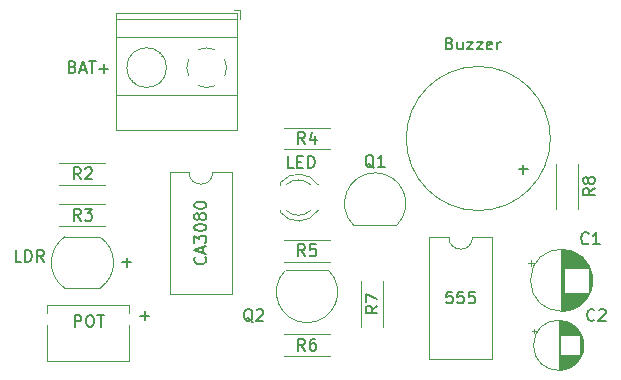
<source format=gbr>
%TF.GenerationSoftware,KiCad,Pcbnew,8.0.5*%
%TF.CreationDate,2025-01-04T17:35:11+03:00*%
%TF.ProjectId,Intruder_Alarm_with_LDR_and_Buzzer,496e7472-7564-4657-925f-416c61726d5f,v01*%
%TF.SameCoordinates,Original*%
%TF.FileFunction,Legend,Top*%
%TF.FilePolarity,Positive*%
%FSLAX46Y46*%
G04 Gerber Fmt 4.6, Leading zero omitted, Abs format (unit mm)*
G04 Created by KiCad (PCBNEW 8.0.5) date 2025-01-04 17:35:11*
%MOMM*%
%LPD*%
G01*
G04 APERTURE LIST*
%ADD10C,0.200000*%
%ADD11C,0.150000*%
%ADD12C,0.120000*%
G04 APERTURE END LIST*
D10*
X138869673Y-79486266D02*
X139631578Y-79486266D01*
X139250625Y-79867219D02*
X139250625Y-79105314D01*
X140369673Y-83986266D02*
X141131578Y-83986266D01*
X140750625Y-84367219D02*
X140750625Y-83605314D01*
D11*
X160174761Y-71490057D02*
X160079523Y-71442438D01*
X160079523Y-71442438D02*
X159984285Y-71347200D01*
X159984285Y-71347200D02*
X159841428Y-71204342D01*
X159841428Y-71204342D02*
X159746190Y-71156723D01*
X159746190Y-71156723D02*
X159650952Y-71156723D01*
X159698571Y-71394819D02*
X159603333Y-71347200D01*
X159603333Y-71347200D02*
X159508095Y-71251961D01*
X159508095Y-71251961D02*
X159460476Y-71061485D01*
X159460476Y-71061485D02*
X159460476Y-70728152D01*
X159460476Y-70728152D02*
X159508095Y-70537676D01*
X159508095Y-70537676D02*
X159603333Y-70442438D01*
X159603333Y-70442438D02*
X159698571Y-70394819D01*
X159698571Y-70394819D02*
X159889047Y-70394819D01*
X159889047Y-70394819D02*
X159984285Y-70442438D01*
X159984285Y-70442438D02*
X160079523Y-70537676D01*
X160079523Y-70537676D02*
X160127142Y-70728152D01*
X160127142Y-70728152D02*
X160127142Y-71061485D01*
X160127142Y-71061485D02*
X160079523Y-71251961D01*
X160079523Y-71251961D02*
X159984285Y-71347200D01*
X159984285Y-71347200D02*
X159889047Y-71394819D01*
X159889047Y-71394819D02*
X159698571Y-71394819D01*
X161079523Y-71394819D02*
X160508095Y-71394819D01*
X160793809Y-71394819D02*
X160793809Y-70394819D01*
X160793809Y-70394819D02*
X160698571Y-70537676D01*
X160698571Y-70537676D02*
X160603333Y-70632914D01*
X160603333Y-70632914D02*
X160508095Y-70680533D01*
X166571428Y-60931009D02*
X166714285Y-60978628D01*
X166714285Y-60978628D02*
X166761904Y-61026247D01*
X166761904Y-61026247D02*
X166809523Y-61121485D01*
X166809523Y-61121485D02*
X166809523Y-61264342D01*
X166809523Y-61264342D02*
X166761904Y-61359580D01*
X166761904Y-61359580D02*
X166714285Y-61407200D01*
X166714285Y-61407200D02*
X166619047Y-61454819D01*
X166619047Y-61454819D02*
X166238095Y-61454819D01*
X166238095Y-61454819D02*
X166238095Y-60454819D01*
X166238095Y-60454819D02*
X166571428Y-60454819D01*
X166571428Y-60454819D02*
X166666666Y-60502438D01*
X166666666Y-60502438D02*
X166714285Y-60550057D01*
X166714285Y-60550057D02*
X166761904Y-60645295D01*
X166761904Y-60645295D02*
X166761904Y-60740533D01*
X166761904Y-60740533D02*
X166714285Y-60835771D01*
X166714285Y-60835771D02*
X166666666Y-60883390D01*
X166666666Y-60883390D02*
X166571428Y-60931009D01*
X166571428Y-60931009D02*
X166238095Y-60931009D01*
X167666666Y-60788152D02*
X167666666Y-61454819D01*
X167238095Y-60788152D02*
X167238095Y-61311961D01*
X167238095Y-61311961D02*
X167285714Y-61407200D01*
X167285714Y-61407200D02*
X167380952Y-61454819D01*
X167380952Y-61454819D02*
X167523809Y-61454819D01*
X167523809Y-61454819D02*
X167619047Y-61407200D01*
X167619047Y-61407200D02*
X167666666Y-61359580D01*
X168047619Y-60788152D02*
X168571428Y-60788152D01*
X168571428Y-60788152D02*
X168047619Y-61454819D01*
X168047619Y-61454819D02*
X168571428Y-61454819D01*
X168857143Y-60788152D02*
X169380952Y-60788152D01*
X169380952Y-60788152D02*
X168857143Y-61454819D01*
X168857143Y-61454819D02*
X169380952Y-61454819D01*
X170142857Y-61407200D02*
X170047619Y-61454819D01*
X170047619Y-61454819D02*
X169857143Y-61454819D01*
X169857143Y-61454819D02*
X169761905Y-61407200D01*
X169761905Y-61407200D02*
X169714286Y-61311961D01*
X169714286Y-61311961D02*
X169714286Y-60931009D01*
X169714286Y-60931009D02*
X169761905Y-60835771D01*
X169761905Y-60835771D02*
X169857143Y-60788152D01*
X169857143Y-60788152D02*
X170047619Y-60788152D01*
X170047619Y-60788152D02*
X170142857Y-60835771D01*
X170142857Y-60835771D02*
X170190476Y-60931009D01*
X170190476Y-60931009D02*
X170190476Y-61026247D01*
X170190476Y-61026247D02*
X169714286Y-61121485D01*
X170619048Y-61454819D02*
X170619048Y-60788152D01*
X170619048Y-60978628D02*
X170666667Y-60883390D01*
X170666667Y-60883390D02*
X170714286Y-60835771D01*
X170714286Y-60835771D02*
X170809524Y-60788152D01*
X170809524Y-60788152D02*
X170904762Y-60788152D01*
X172429048Y-71613866D02*
X173190953Y-71613866D01*
X172810000Y-71994819D02*
X172810000Y-71232914D01*
X135333333Y-72454819D02*
X135000000Y-71978628D01*
X134761905Y-72454819D02*
X134761905Y-71454819D01*
X134761905Y-71454819D02*
X135142857Y-71454819D01*
X135142857Y-71454819D02*
X135238095Y-71502438D01*
X135238095Y-71502438D02*
X135285714Y-71550057D01*
X135285714Y-71550057D02*
X135333333Y-71645295D01*
X135333333Y-71645295D02*
X135333333Y-71788152D01*
X135333333Y-71788152D02*
X135285714Y-71883390D01*
X135285714Y-71883390D02*
X135238095Y-71931009D01*
X135238095Y-71931009D02*
X135142857Y-71978628D01*
X135142857Y-71978628D02*
X134761905Y-71978628D01*
X135714286Y-71550057D02*
X135761905Y-71502438D01*
X135761905Y-71502438D02*
X135857143Y-71454819D01*
X135857143Y-71454819D02*
X136095238Y-71454819D01*
X136095238Y-71454819D02*
X136190476Y-71502438D01*
X136190476Y-71502438D02*
X136238095Y-71550057D01*
X136238095Y-71550057D02*
X136285714Y-71645295D01*
X136285714Y-71645295D02*
X136285714Y-71740533D01*
X136285714Y-71740533D02*
X136238095Y-71883390D01*
X136238095Y-71883390D02*
X135666667Y-72454819D01*
X135666667Y-72454819D02*
X136285714Y-72454819D01*
X149904761Y-84550057D02*
X149809523Y-84502438D01*
X149809523Y-84502438D02*
X149714285Y-84407200D01*
X149714285Y-84407200D02*
X149571428Y-84264342D01*
X149571428Y-84264342D02*
X149476190Y-84216723D01*
X149476190Y-84216723D02*
X149380952Y-84216723D01*
X149428571Y-84454819D02*
X149333333Y-84407200D01*
X149333333Y-84407200D02*
X149238095Y-84311961D01*
X149238095Y-84311961D02*
X149190476Y-84121485D01*
X149190476Y-84121485D02*
X149190476Y-83788152D01*
X149190476Y-83788152D02*
X149238095Y-83597676D01*
X149238095Y-83597676D02*
X149333333Y-83502438D01*
X149333333Y-83502438D02*
X149428571Y-83454819D01*
X149428571Y-83454819D02*
X149619047Y-83454819D01*
X149619047Y-83454819D02*
X149714285Y-83502438D01*
X149714285Y-83502438D02*
X149809523Y-83597676D01*
X149809523Y-83597676D02*
X149857142Y-83788152D01*
X149857142Y-83788152D02*
X149857142Y-84121485D01*
X149857142Y-84121485D02*
X149809523Y-84311961D01*
X149809523Y-84311961D02*
X149714285Y-84407200D01*
X149714285Y-84407200D02*
X149619047Y-84454819D01*
X149619047Y-84454819D02*
X149428571Y-84454819D01*
X150238095Y-83550057D02*
X150285714Y-83502438D01*
X150285714Y-83502438D02*
X150380952Y-83454819D01*
X150380952Y-83454819D02*
X150619047Y-83454819D01*
X150619047Y-83454819D02*
X150714285Y-83502438D01*
X150714285Y-83502438D02*
X150761904Y-83550057D01*
X150761904Y-83550057D02*
X150809523Y-83645295D01*
X150809523Y-83645295D02*
X150809523Y-83740533D01*
X150809523Y-83740533D02*
X150761904Y-83883390D01*
X150761904Y-83883390D02*
X150190476Y-84454819D01*
X150190476Y-84454819D02*
X150809523Y-84454819D01*
X154333333Y-69454819D02*
X154000000Y-68978628D01*
X153761905Y-69454819D02*
X153761905Y-68454819D01*
X153761905Y-68454819D02*
X154142857Y-68454819D01*
X154142857Y-68454819D02*
X154238095Y-68502438D01*
X154238095Y-68502438D02*
X154285714Y-68550057D01*
X154285714Y-68550057D02*
X154333333Y-68645295D01*
X154333333Y-68645295D02*
X154333333Y-68788152D01*
X154333333Y-68788152D02*
X154285714Y-68883390D01*
X154285714Y-68883390D02*
X154238095Y-68931009D01*
X154238095Y-68931009D02*
X154142857Y-68978628D01*
X154142857Y-68978628D02*
X153761905Y-68978628D01*
X155190476Y-68788152D02*
X155190476Y-69454819D01*
X154952381Y-68407200D02*
X154714286Y-69121485D01*
X154714286Y-69121485D02*
X155333333Y-69121485D01*
X154333333Y-78954819D02*
X154000000Y-78478628D01*
X153761905Y-78954819D02*
X153761905Y-77954819D01*
X153761905Y-77954819D02*
X154142857Y-77954819D01*
X154142857Y-77954819D02*
X154238095Y-78002438D01*
X154238095Y-78002438D02*
X154285714Y-78050057D01*
X154285714Y-78050057D02*
X154333333Y-78145295D01*
X154333333Y-78145295D02*
X154333333Y-78288152D01*
X154333333Y-78288152D02*
X154285714Y-78383390D01*
X154285714Y-78383390D02*
X154238095Y-78431009D01*
X154238095Y-78431009D02*
X154142857Y-78478628D01*
X154142857Y-78478628D02*
X153761905Y-78478628D01*
X155238095Y-77954819D02*
X154761905Y-77954819D01*
X154761905Y-77954819D02*
X154714286Y-78431009D01*
X154714286Y-78431009D02*
X154761905Y-78383390D01*
X154761905Y-78383390D02*
X154857143Y-78335771D01*
X154857143Y-78335771D02*
X155095238Y-78335771D01*
X155095238Y-78335771D02*
X155190476Y-78383390D01*
X155190476Y-78383390D02*
X155238095Y-78431009D01*
X155238095Y-78431009D02*
X155285714Y-78526247D01*
X155285714Y-78526247D02*
X155285714Y-78764342D01*
X155285714Y-78764342D02*
X155238095Y-78859580D01*
X155238095Y-78859580D02*
X155190476Y-78907200D01*
X155190476Y-78907200D02*
X155095238Y-78954819D01*
X155095238Y-78954819D02*
X154857143Y-78954819D01*
X154857143Y-78954819D02*
X154761905Y-78907200D01*
X154761905Y-78907200D02*
X154714286Y-78859580D01*
X134833333Y-84954819D02*
X134833333Y-83954819D01*
X134833333Y-83954819D02*
X135214285Y-83954819D01*
X135214285Y-83954819D02*
X135309523Y-84002438D01*
X135309523Y-84002438D02*
X135357142Y-84050057D01*
X135357142Y-84050057D02*
X135404761Y-84145295D01*
X135404761Y-84145295D02*
X135404761Y-84288152D01*
X135404761Y-84288152D02*
X135357142Y-84383390D01*
X135357142Y-84383390D02*
X135309523Y-84431009D01*
X135309523Y-84431009D02*
X135214285Y-84478628D01*
X135214285Y-84478628D02*
X134833333Y-84478628D01*
X136023809Y-83954819D02*
X136214285Y-83954819D01*
X136214285Y-83954819D02*
X136309523Y-84002438D01*
X136309523Y-84002438D02*
X136404761Y-84097676D01*
X136404761Y-84097676D02*
X136452380Y-84288152D01*
X136452380Y-84288152D02*
X136452380Y-84621485D01*
X136452380Y-84621485D02*
X136404761Y-84811961D01*
X136404761Y-84811961D02*
X136309523Y-84907200D01*
X136309523Y-84907200D02*
X136214285Y-84954819D01*
X136214285Y-84954819D02*
X136023809Y-84954819D01*
X136023809Y-84954819D02*
X135928571Y-84907200D01*
X135928571Y-84907200D02*
X135833333Y-84811961D01*
X135833333Y-84811961D02*
X135785714Y-84621485D01*
X135785714Y-84621485D02*
X135785714Y-84288152D01*
X135785714Y-84288152D02*
X135833333Y-84097676D01*
X135833333Y-84097676D02*
X135928571Y-84002438D01*
X135928571Y-84002438D02*
X136023809Y-83954819D01*
X136738095Y-83954819D02*
X137309523Y-83954819D01*
X137023809Y-84954819D02*
X137023809Y-83954819D01*
X134642857Y-62931009D02*
X134785714Y-62978628D01*
X134785714Y-62978628D02*
X134833333Y-63026247D01*
X134833333Y-63026247D02*
X134880952Y-63121485D01*
X134880952Y-63121485D02*
X134880952Y-63264342D01*
X134880952Y-63264342D02*
X134833333Y-63359580D01*
X134833333Y-63359580D02*
X134785714Y-63407200D01*
X134785714Y-63407200D02*
X134690476Y-63454819D01*
X134690476Y-63454819D02*
X134309524Y-63454819D01*
X134309524Y-63454819D02*
X134309524Y-62454819D01*
X134309524Y-62454819D02*
X134642857Y-62454819D01*
X134642857Y-62454819D02*
X134738095Y-62502438D01*
X134738095Y-62502438D02*
X134785714Y-62550057D01*
X134785714Y-62550057D02*
X134833333Y-62645295D01*
X134833333Y-62645295D02*
X134833333Y-62740533D01*
X134833333Y-62740533D02*
X134785714Y-62835771D01*
X134785714Y-62835771D02*
X134738095Y-62883390D01*
X134738095Y-62883390D02*
X134642857Y-62931009D01*
X134642857Y-62931009D02*
X134309524Y-62931009D01*
X135261905Y-63169104D02*
X135738095Y-63169104D01*
X135166667Y-63454819D02*
X135500000Y-62454819D01*
X135500000Y-62454819D02*
X135833333Y-63454819D01*
X136023810Y-62454819D02*
X136595238Y-62454819D01*
X136309524Y-63454819D02*
X136309524Y-62454819D01*
X136928572Y-63073866D02*
X137690477Y-63073866D01*
X137309524Y-63454819D02*
X137309524Y-62692914D01*
X160454819Y-83166666D02*
X159978628Y-83499999D01*
X160454819Y-83738094D02*
X159454819Y-83738094D01*
X159454819Y-83738094D02*
X159454819Y-83357142D01*
X159454819Y-83357142D02*
X159502438Y-83261904D01*
X159502438Y-83261904D02*
X159550057Y-83214285D01*
X159550057Y-83214285D02*
X159645295Y-83166666D01*
X159645295Y-83166666D02*
X159788152Y-83166666D01*
X159788152Y-83166666D02*
X159883390Y-83214285D01*
X159883390Y-83214285D02*
X159931009Y-83261904D01*
X159931009Y-83261904D02*
X159978628Y-83357142D01*
X159978628Y-83357142D02*
X159978628Y-83738094D01*
X159454819Y-82833332D02*
X159454819Y-82166666D01*
X159454819Y-82166666D02*
X160454819Y-82595237D01*
X178333333Y-77859580D02*
X178285714Y-77907200D01*
X178285714Y-77907200D02*
X178142857Y-77954819D01*
X178142857Y-77954819D02*
X178047619Y-77954819D01*
X178047619Y-77954819D02*
X177904762Y-77907200D01*
X177904762Y-77907200D02*
X177809524Y-77811961D01*
X177809524Y-77811961D02*
X177761905Y-77716723D01*
X177761905Y-77716723D02*
X177714286Y-77526247D01*
X177714286Y-77526247D02*
X177714286Y-77383390D01*
X177714286Y-77383390D02*
X177761905Y-77192914D01*
X177761905Y-77192914D02*
X177809524Y-77097676D01*
X177809524Y-77097676D02*
X177904762Y-77002438D01*
X177904762Y-77002438D02*
X178047619Y-76954819D01*
X178047619Y-76954819D02*
X178142857Y-76954819D01*
X178142857Y-76954819D02*
X178285714Y-77002438D01*
X178285714Y-77002438D02*
X178333333Y-77050057D01*
X179285714Y-77954819D02*
X178714286Y-77954819D01*
X179000000Y-77954819D02*
X179000000Y-76954819D01*
X179000000Y-76954819D02*
X178904762Y-77097676D01*
X178904762Y-77097676D02*
X178809524Y-77192914D01*
X178809524Y-77192914D02*
X178714286Y-77240533D01*
X130309523Y-79454819D02*
X129833333Y-79454819D01*
X129833333Y-79454819D02*
X129833333Y-78454819D01*
X130642857Y-79454819D02*
X130642857Y-78454819D01*
X130642857Y-78454819D02*
X130880952Y-78454819D01*
X130880952Y-78454819D02*
X131023809Y-78502438D01*
X131023809Y-78502438D02*
X131119047Y-78597676D01*
X131119047Y-78597676D02*
X131166666Y-78692914D01*
X131166666Y-78692914D02*
X131214285Y-78883390D01*
X131214285Y-78883390D02*
X131214285Y-79026247D01*
X131214285Y-79026247D02*
X131166666Y-79216723D01*
X131166666Y-79216723D02*
X131119047Y-79311961D01*
X131119047Y-79311961D02*
X131023809Y-79407200D01*
X131023809Y-79407200D02*
X130880952Y-79454819D01*
X130880952Y-79454819D02*
X130642857Y-79454819D01*
X132214285Y-79454819D02*
X131880952Y-78978628D01*
X131642857Y-79454819D02*
X131642857Y-78454819D01*
X131642857Y-78454819D02*
X132023809Y-78454819D01*
X132023809Y-78454819D02*
X132119047Y-78502438D01*
X132119047Y-78502438D02*
X132166666Y-78550057D01*
X132166666Y-78550057D02*
X132214285Y-78645295D01*
X132214285Y-78645295D02*
X132214285Y-78788152D01*
X132214285Y-78788152D02*
X132166666Y-78883390D01*
X132166666Y-78883390D02*
X132119047Y-78931009D01*
X132119047Y-78931009D02*
X132023809Y-78978628D01*
X132023809Y-78978628D02*
X131642857Y-78978628D01*
X154333333Y-86954819D02*
X154000000Y-86478628D01*
X153761905Y-86954819D02*
X153761905Y-85954819D01*
X153761905Y-85954819D02*
X154142857Y-85954819D01*
X154142857Y-85954819D02*
X154238095Y-86002438D01*
X154238095Y-86002438D02*
X154285714Y-86050057D01*
X154285714Y-86050057D02*
X154333333Y-86145295D01*
X154333333Y-86145295D02*
X154333333Y-86288152D01*
X154333333Y-86288152D02*
X154285714Y-86383390D01*
X154285714Y-86383390D02*
X154238095Y-86431009D01*
X154238095Y-86431009D02*
X154142857Y-86478628D01*
X154142857Y-86478628D02*
X153761905Y-86478628D01*
X155190476Y-85954819D02*
X155000000Y-85954819D01*
X155000000Y-85954819D02*
X154904762Y-86002438D01*
X154904762Y-86002438D02*
X154857143Y-86050057D01*
X154857143Y-86050057D02*
X154761905Y-86192914D01*
X154761905Y-86192914D02*
X154714286Y-86383390D01*
X154714286Y-86383390D02*
X154714286Y-86764342D01*
X154714286Y-86764342D02*
X154761905Y-86859580D01*
X154761905Y-86859580D02*
X154809524Y-86907200D01*
X154809524Y-86907200D02*
X154904762Y-86954819D01*
X154904762Y-86954819D02*
X155095238Y-86954819D01*
X155095238Y-86954819D02*
X155190476Y-86907200D01*
X155190476Y-86907200D02*
X155238095Y-86859580D01*
X155238095Y-86859580D02*
X155285714Y-86764342D01*
X155285714Y-86764342D02*
X155285714Y-86526247D01*
X155285714Y-86526247D02*
X155238095Y-86431009D01*
X155238095Y-86431009D02*
X155190476Y-86383390D01*
X155190476Y-86383390D02*
X155095238Y-86335771D01*
X155095238Y-86335771D02*
X154904762Y-86335771D01*
X154904762Y-86335771D02*
X154809524Y-86383390D01*
X154809524Y-86383390D02*
X154761905Y-86431009D01*
X154761905Y-86431009D02*
X154714286Y-86526247D01*
X145859580Y-79023809D02*
X145907200Y-79071428D01*
X145907200Y-79071428D02*
X145954819Y-79214285D01*
X145954819Y-79214285D02*
X145954819Y-79309523D01*
X145954819Y-79309523D02*
X145907200Y-79452380D01*
X145907200Y-79452380D02*
X145811961Y-79547618D01*
X145811961Y-79547618D02*
X145716723Y-79595237D01*
X145716723Y-79595237D02*
X145526247Y-79642856D01*
X145526247Y-79642856D02*
X145383390Y-79642856D01*
X145383390Y-79642856D02*
X145192914Y-79595237D01*
X145192914Y-79595237D02*
X145097676Y-79547618D01*
X145097676Y-79547618D02*
X145002438Y-79452380D01*
X145002438Y-79452380D02*
X144954819Y-79309523D01*
X144954819Y-79309523D02*
X144954819Y-79214285D01*
X144954819Y-79214285D02*
X145002438Y-79071428D01*
X145002438Y-79071428D02*
X145050057Y-79023809D01*
X145669104Y-78642856D02*
X145669104Y-78166666D01*
X145954819Y-78738094D02*
X144954819Y-78404761D01*
X144954819Y-78404761D02*
X145954819Y-78071428D01*
X144954819Y-77833332D02*
X144954819Y-77214285D01*
X144954819Y-77214285D02*
X145335771Y-77547618D01*
X145335771Y-77547618D02*
X145335771Y-77404761D01*
X145335771Y-77404761D02*
X145383390Y-77309523D01*
X145383390Y-77309523D02*
X145431009Y-77261904D01*
X145431009Y-77261904D02*
X145526247Y-77214285D01*
X145526247Y-77214285D02*
X145764342Y-77214285D01*
X145764342Y-77214285D02*
X145859580Y-77261904D01*
X145859580Y-77261904D02*
X145907200Y-77309523D01*
X145907200Y-77309523D02*
X145954819Y-77404761D01*
X145954819Y-77404761D02*
X145954819Y-77690475D01*
X145954819Y-77690475D02*
X145907200Y-77785713D01*
X145907200Y-77785713D02*
X145859580Y-77833332D01*
X144954819Y-76595237D02*
X144954819Y-76499999D01*
X144954819Y-76499999D02*
X145002438Y-76404761D01*
X145002438Y-76404761D02*
X145050057Y-76357142D01*
X145050057Y-76357142D02*
X145145295Y-76309523D01*
X145145295Y-76309523D02*
X145335771Y-76261904D01*
X145335771Y-76261904D02*
X145573866Y-76261904D01*
X145573866Y-76261904D02*
X145764342Y-76309523D01*
X145764342Y-76309523D02*
X145859580Y-76357142D01*
X145859580Y-76357142D02*
X145907200Y-76404761D01*
X145907200Y-76404761D02*
X145954819Y-76499999D01*
X145954819Y-76499999D02*
X145954819Y-76595237D01*
X145954819Y-76595237D02*
X145907200Y-76690475D01*
X145907200Y-76690475D02*
X145859580Y-76738094D01*
X145859580Y-76738094D02*
X145764342Y-76785713D01*
X145764342Y-76785713D02*
X145573866Y-76833332D01*
X145573866Y-76833332D02*
X145335771Y-76833332D01*
X145335771Y-76833332D02*
X145145295Y-76785713D01*
X145145295Y-76785713D02*
X145050057Y-76738094D01*
X145050057Y-76738094D02*
X145002438Y-76690475D01*
X145002438Y-76690475D02*
X144954819Y-76595237D01*
X145383390Y-75690475D02*
X145335771Y-75785713D01*
X145335771Y-75785713D02*
X145288152Y-75833332D01*
X145288152Y-75833332D02*
X145192914Y-75880951D01*
X145192914Y-75880951D02*
X145145295Y-75880951D01*
X145145295Y-75880951D02*
X145050057Y-75833332D01*
X145050057Y-75833332D02*
X145002438Y-75785713D01*
X145002438Y-75785713D02*
X144954819Y-75690475D01*
X144954819Y-75690475D02*
X144954819Y-75499999D01*
X144954819Y-75499999D02*
X145002438Y-75404761D01*
X145002438Y-75404761D02*
X145050057Y-75357142D01*
X145050057Y-75357142D02*
X145145295Y-75309523D01*
X145145295Y-75309523D02*
X145192914Y-75309523D01*
X145192914Y-75309523D02*
X145288152Y-75357142D01*
X145288152Y-75357142D02*
X145335771Y-75404761D01*
X145335771Y-75404761D02*
X145383390Y-75499999D01*
X145383390Y-75499999D02*
X145383390Y-75690475D01*
X145383390Y-75690475D02*
X145431009Y-75785713D01*
X145431009Y-75785713D02*
X145478628Y-75833332D01*
X145478628Y-75833332D02*
X145573866Y-75880951D01*
X145573866Y-75880951D02*
X145764342Y-75880951D01*
X145764342Y-75880951D02*
X145859580Y-75833332D01*
X145859580Y-75833332D02*
X145907200Y-75785713D01*
X145907200Y-75785713D02*
X145954819Y-75690475D01*
X145954819Y-75690475D02*
X145954819Y-75499999D01*
X145954819Y-75499999D02*
X145907200Y-75404761D01*
X145907200Y-75404761D02*
X145859580Y-75357142D01*
X145859580Y-75357142D02*
X145764342Y-75309523D01*
X145764342Y-75309523D02*
X145573866Y-75309523D01*
X145573866Y-75309523D02*
X145478628Y-75357142D01*
X145478628Y-75357142D02*
X145431009Y-75404761D01*
X145431009Y-75404761D02*
X145383390Y-75499999D01*
X144954819Y-74690475D02*
X144954819Y-74595237D01*
X144954819Y-74595237D02*
X145002438Y-74499999D01*
X145002438Y-74499999D02*
X145050057Y-74452380D01*
X145050057Y-74452380D02*
X145145295Y-74404761D01*
X145145295Y-74404761D02*
X145335771Y-74357142D01*
X145335771Y-74357142D02*
X145573866Y-74357142D01*
X145573866Y-74357142D02*
X145764342Y-74404761D01*
X145764342Y-74404761D02*
X145859580Y-74452380D01*
X145859580Y-74452380D02*
X145907200Y-74499999D01*
X145907200Y-74499999D02*
X145954819Y-74595237D01*
X145954819Y-74595237D02*
X145954819Y-74690475D01*
X145954819Y-74690475D02*
X145907200Y-74785713D01*
X145907200Y-74785713D02*
X145859580Y-74833332D01*
X145859580Y-74833332D02*
X145764342Y-74880951D01*
X145764342Y-74880951D02*
X145573866Y-74928570D01*
X145573866Y-74928570D02*
X145335771Y-74928570D01*
X145335771Y-74928570D02*
X145145295Y-74880951D01*
X145145295Y-74880951D02*
X145050057Y-74833332D01*
X145050057Y-74833332D02*
X145002438Y-74785713D01*
X145002438Y-74785713D02*
X144954819Y-74690475D01*
X166795714Y-81954819D02*
X166319524Y-81954819D01*
X166319524Y-81954819D02*
X166271905Y-82431009D01*
X166271905Y-82431009D02*
X166319524Y-82383390D01*
X166319524Y-82383390D02*
X166414762Y-82335771D01*
X166414762Y-82335771D02*
X166652857Y-82335771D01*
X166652857Y-82335771D02*
X166748095Y-82383390D01*
X166748095Y-82383390D02*
X166795714Y-82431009D01*
X166795714Y-82431009D02*
X166843333Y-82526247D01*
X166843333Y-82526247D02*
X166843333Y-82764342D01*
X166843333Y-82764342D02*
X166795714Y-82859580D01*
X166795714Y-82859580D02*
X166748095Y-82907200D01*
X166748095Y-82907200D02*
X166652857Y-82954819D01*
X166652857Y-82954819D02*
X166414762Y-82954819D01*
X166414762Y-82954819D02*
X166319524Y-82907200D01*
X166319524Y-82907200D02*
X166271905Y-82859580D01*
X167748095Y-81954819D02*
X167271905Y-81954819D01*
X167271905Y-81954819D02*
X167224286Y-82431009D01*
X167224286Y-82431009D02*
X167271905Y-82383390D01*
X167271905Y-82383390D02*
X167367143Y-82335771D01*
X167367143Y-82335771D02*
X167605238Y-82335771D01*
X167605238Y-82335771D02*
X167700476Y-82383390D01*
X167700476Y-82383390D02*
X167748095Y-82431009D01*
X167748095Y-82431009D02*
X167795714Y-82526247D01*
X167795714Y-82526247D02*
X167795714Y-82764342D01*
X167795714Y-82764342D02*
X167748095Y-82859580D01*
X167748095Y-82859580D02*
X167700476Y-82907200D01*
X167700476Y-82907200D02*
X167605238Y-82954819D01*
X167605238Y-82954819D02*
X167367143Y-82954819D01*
X167367143Y-82954819D02*
X167271905Y-82907200D01*
X167271905Y-82907200D02*
X167224286Y-82859580D01*
X168700476Y-81954819D02*
X168224286Y-81954819D01*
X168224286Y-81954819D02*
X168176667Y-82431009D01*
X168176667Y-82431009D02*
X168224286Y-82383390D01*
X168224286Y-82383390D02*
X168319524Y-82335771D01*
X168319524Y-82335771D02*
X168557619Y-82335771D01*
X168557619Y-82335771D02*
X168652857Y-82383390D01*
X168652857Y-82383390D02*
X168700476Y-82431009D01*
X168700476Y-82431009D02*
X168748095Y-82526247D01*
X168748095Y-82526247D02*
X168748095Y-82764342D01*
X168748095Y-82764342D02*
X168700476Y-82859580D01*
X168700476Y-82859580D02*
X168652857Y-82907200D01*
X168652857Y-82907200D02*
X168557619Y-82954819D01*
X168557619Y-82954819D02*
X168319524Y-82954819D01*
X168319524Y-82954819D02*
X168224286Y-82907200D01*
X168224286Y-82907200D02*
X168176667Y-82859580D01*
X153357142Y-71494819D02*
X152880952Y-71494819D01*
X152880952Y-71494819D02*
X152880952Y-70494819D01*
X153690476Y-70971009D02*
X154023809Y-70971009D01*
X154166666Y-71494819D02*
X153690476Y-71494819D01*
X153690476Y-71494819D02*
X153690476Y-70494819D01*
X153690476Y-70494819D02*
X154166666Y-70494819D01*
X154595238Y-71494819D02*
X154595238Y-70494819D01*
X154595238Y-70494819D02*
X154833333Y-70494819D01*
X154833333Y-70494819D02*
X154976190Y-70542438D01*
X154976190Y-70542438D02*
X155071428Y-70637676D01*
X155071428Y-70637676D02*
X155119047Y-70732914D01*
X155119047Y-70732914D02*
X155166666Y-70923390D01*
X155166666Y-70923390D02*
X155166666Y-71066247D01*
X155166666Y-71066247D02*
X155119047Y-71256723D01*
X155119047Y-71256723D02*
X155071428Y-71351961D01*
X155071428Y-71351961D02*
X154976190Y-71447200D01*
X154976190Y-71447200D02*
X154833333Y-71494819D01*
X154833333Y-71494819D02*
X154595238Y-71494819D01*
X178833333Y-84359580D02*
X178785714Y-84407200D01*
X178785714Y-84407200D02*
X178642857Y-84454819D01*
X178642857Y-84454819D02*
X178547619Y-84454819D01*
X178547619Y-84454819D02*
X178404762Y-84407200D01*
X178404762Y-84407200D02*
X178309524Y-84311961D01*
X178309524Y-84311961D02*
X178261905Y-84216723D01*
X178261905Y-84216723D02*
X178214286Y-84026247D01*
X178214286Y-84026247D02*
X178214286Y-83883390D01*
X178214286Y-83883390D02*
X178261905Y-83692914D01*
X178261905Y-83692914D02*
X178309524Y-83597676D01*
X178309524Y-83597676D02*
X178404762Y-83502438D01*
X178404762Y-83502438D02*
X178547619Y-83454819D01*
X178547619Y-83454819D02*
X178642857Y-83454819D01*
X178642857Y-83454819D02*
X178785714Y-83502438D01*
X178785714Y-83502438D02*
X178833333Y-83550057D01*
X179214286Y-83550057D02*
X179261905Y-83502438D01*
X179261905Y-83502438D02*
X179357143Y-83454819D01*
X179357143Y-83454819D02*
X179595238Y-83454819D01*
X179595238Y-83454819D02*
X179690476Y-83502438D01*
X179690476Y-83502438D02*
X179738095Y-83550057D01*
X179738095Y-83550057D02*
X179785714Y-83645295D01*
X179785714Y-83645295D02*
X179785714Y-83740533D01*
X179785714Y-83740533D02*
X179738095Y-83883390D01*
X179738095Y-83883390D02*
X179166667Y-84454819D01*
X179166667Y-84454819D02*
X179785714Y-84454819D01*
X178874819Y-73206666D02*
X178398628Y-73539999D01*
X178874819Y-73778094D02*
X177874819Y-73778094D01*
X177874819Y-73778094D02*
X177874819Y-73397142D01*
X177874819Y-73397142D02*
X177922438Y-73301904D01*
X177922438Y-73301904D02*
X177970057Y-73254285D01*
X177970057Y-73254285D02*
X178065295Y-73206666D01*
X178065295Y-73206666D02*
X178208152Y-73206666D01*
X178208152Y-73206666D02*
X178303390Y-73254285D01*
X178303390Y-73254285D02*
X178351009Y-73301904D01*
X178351009Y-73301904D02*
X178398628Y-73397142D01*
X178398628Y-73397142D02*
X178398628Y-73778094D01*
X178303390Y-72635237D02*
X178255771Y-72730475D01*
X178255771Y-72730475D02*
X178208152Y-72778094D01*
X178208152Y-72778094D02*
X178112914Y-72825713D01*
X178112914Y-72825713D02*
X178065295Y-72825713D01*
X178065295Y-72825713D02*
X177970057Y-72778094D01*
X177970057Y-72778094D02*
X177922438Y-72730475D01*
X177922438Y-72730475D02*
X177874819Y-72635237D01*
X177874819Y-72635237D02*
X177874819Y-72444761D01*
X177874819Y-72444761D02*
X177922438Y-72349523D01*
X177922438Y-72349523D02*
X177970057Y-72301904D01*
X177970057Y-72301904D02*
X178065295Y-72254285D01*
X178065295Y-72254285D02*
X178112914Y-72254285D01*
X178112914Y-72254285D02*
X178208152Y-72301904D01*
X178208152Y-72301904D02*
X178255771Y-72349523D01*
X178255771Y-72349523D02*
X178303390Y-72444761D01*
X178303390Y-72444761D02*
X178303390Y-72635237D01*
X178303390Y-72635237D02*
X178351009Y-72730475D01*
X178351009Y-72730475D02*
X178398628Y-72778094D01*
X178398628Y-72778094D02*
X178493866Y-72825713D01*
X178493866Y-72825713D02*
X178684342Y-72825713D01*
X178684342Y-72825713D02*
X178779580Y-72778094D01*
X178779580Y-72778094D02*
X178827200Y-72730475D01*
X178827200Y-72730475D02*
X178874819Y-72635237D01*
X178874819Y-72635237D02*
X178874819Y-72444761D01*
X178874819Y-72444761D02*
X178827200Y-72349523D01*
X178827200Y-72349523D02*
X178779580Y-72301904D01*
X178779580Y-72301904D02*
X178684342Y-72254285D01*
X178684342Y-72254285D02*
X178493866Y-72254285D01*
X178493866Y-72254285D02*
X178398628Y-72301904D01*
X178398628Y-72301904D02*
X178351009Y-72349523D01*
X178351009Y-72349523D02*
X178303390Y-72444761D01*
X135333333Y-75954819D02*
X135000000Y-75478628D01*
X134761905Y-75954819D02*
X134761905Y-74954819D01*
X134761905Y-74954819D02*
X135142857Y-74954819D01*
X135142857Y-74954819D02*
X135238095Y-75002438D01*
X135238095Y-75002438D02*
X135285714Y-75050057D01*
X135285714Y-75050057D02*
X135333333Y-75145295D01*
X135333333Y-75145295D02*
X135333333Y-75288152D01*
X135333333Y-75288152D02*
X135285714Y-75383390D01*
X135285714Y-75383390D02*
X135238095Y-75431009D01*
X135238095Y-75431009D02*
X135142857Y-75478628D01*
X135142857Y-75478628D02*
X134761905Y-75478628D01*
X135666667Y-74954819D02*
X136285714Y-74954819D01*
X136285714Y-74954819D02*
X135952381Y-75335771D01*
X135952381Y-75335771D02*
X136095238Y-75335771D01*
X136095238Y-75335771D02*
X136190476Y-75383390D01*
X136190476Y-75383390D02*
X136238095Y-75431009D01*
X136238095Y-75431009D02*
X136285714Y-75526247D01*
X136285714Y-75526247D02*
X136285714Y-75764342D01*
X136285714Y-75764342D02*
X136238095Y-75859580D01*
X136238095Y-75859580D02*
X136190476Y-75907200D01*
X136190476Y-75907200D02*
X136095238Y-75954819D01*
X136095238Y-75954819D02*
X135809524Y-75954819D01*
X135809524Y-75954819D02*
X135714286Y-75907200D01*
X135714286Y-75907200D02*
X135666667Y-75859580D01*
D12*
%TO.C,Q1*%
X158470000Y-76350000D02*
X162070000Y-76350000D01*
X158431522Y-76338478D02*
G75*
G02*
X160270000Y-71899999I1838478J1838478D01*
G01*
X160270000Y-71900000D02*
G75*
G02*
X162108478Y-76338478I0J-2600000D01*
G01*
%TO.C,Buzzer*%
X175100000Y-69000000D02*
G75*
G02*
X162900000Y-69000000I-6100000J0D01*
G01*
X162900000Y-69000000D02*
G75*
G02*
X175100000Y-69000000I6100000J0D01*
G01*
%TO.C,R2*%
X133540000Y-71080000D02*
X137380000Y-71080000D01*
X133540000Y-72920000D02*
X137380000Y-72920000D01*
%TO.C,Q2*%
X156300000Y-80150000D02*
X152700000Y-80150000D01*
X154500000Y-84600000D02*
G75*
G02*
X152661522Y-80161522I0J2600000D01*
G01*
X156338478Y-80161522D02*
G75*
G02*
X154500000Y-84600001I-1838478J-1838478D01*
G01*
%TO.C,R4*%
X152580000Y-68080000D02*
X156420000Y-68080000D01*
X152580000Y-69920000D02*
X156420000Y-69920000D01*
%TO.C,R5*%
X152580000Y-77580000D02*
X156420000Y-77580000D01*
X152580000Y-79420000D02*
X156420000Y-79420000D01*
%TO.C,POT*%
X132510000Y-83135000D02*
X132510000Y-83780000D01*
X132510000Y-83135000D02*
X139460000Y-83135000D01*
X132510000Y-84770000D02*
X132510000Y-87875000D01*
X132510000Y-87875000D02*
X139460000Y-87875000D01*
X139460000Y-83135000D02*
X139460000Y-83780000D01*
X139460000Y-84770000D02*
X139460000Y-87875000D01*
%TO.C,BAT+*%
X138320000Y-68261000D02*
X138320000Y-58340000D01*
X139645000Y-64069000D02*
X139692000Y-64023000D01*
X139850000Y-64275000D02*
X139885000Y-64239000D01*
X141954000Y-61761000D02*
X141989000Y-61726000D01*
X142147000Y-61977000D02*
X142194000Y-61931000D01*
X148600000Y-58340000D02*
X138320000Y-58340000D01*
X148600000Y-58900000D02*
X138320000Y-58900000D01*
X148600000Y-60400000D02*
X138320000Y-60400000D01*
X148600000Y-65301000D02*
X138320000Y-65301000D01*
X148600000Y-68261000D02*
X138320000Y-68261000D01*
X148600000Y-68261000D02*
X148600000Y-58340000D01*
X148840000Y-58100000D02*
X148340000Y-58100000D01*
X148840000Y-58840000D02*
X148840000Y-58100000D01*
X144464573Y-63683042D02*
G75*
G02*
X144465000Y-62316000I1535427J683042D01*
G01*
X145316682Y-61465244D02*
G75*
G02*
X146000000Y-61320000I683318J-1534756D01*
G01*
X145971195Y-61319747D02*
G75*
G02*
X146684000Y-61465000I28806J-1680254D01*
G01*
X146683042Y-64535427D02*
G75*
G02*
X145316000Y-64535000I-683041J1535420D01*
G01*
X147535427Y-62316958D02*
G75*
G02*
X147535000Y-63684000I-1535420J-683041D01*
G01*
X142600000Y-63000000D02*
G75*
G02*
X139240000Y-63000000I-1680000J0D01*
G01*
X139240000Y-63000000D02*
G75*
G02*
X142600000Y-63000000I1680000J0D01*
G01*
%TO.C,R7*%
X159080000Y-84920000D02*
X159080000Y-81080000D01*
X160920000Y-84920000D02*
X160920000Y-81080000D01*
%TO.C,C1*%
X173240113Y-79525000D02*
X173740113Y-79525000D01*
X173490113Y-79275000D02*
X173490113Y-79775000D01*
X176044888Y-78420000D02*
X176044888Y-83580000D01*
X176084888Y-78420000D02*
X176084888Y-83580000D01*
X176124888Y-78421000D02*
X176124888Y-83579000D01*
X176164888Y-78422000D02*
X176164888Y-83578000D01*
X176204888Y-78424000D02*
X176204888Y-83576000D01*
X176244888Y-78427000D02*
X176244888Y-83573000D01*
X176284888Y-78431000D02*
X176284888Y-79960000D01*
X176284888Y-82040000D02*
X176284888Y-83569000D01*
X176324888Y-78435000D02*
X176324888Y-79960000D01*
X176324888Y-82040000D02*
X176324888Y-83565000D01*
X176364888Y-78439000D02*
X176364888Y-79960000D01*
X176364888Y-82040000D02*
X176364888Y-83561000D01*
X176404888Y-78444000D02*
X176404888Y-79960000D01*
X176404888Y-82040000D02*
X176404888Y-83556000D01*
X176444888Y-78450000D02*
X176444888Y-79960000D01*
X176444888Y-82040000D02*
X176444888Y-83550000D01*
X176484888Y-78457000D02*
X176484888Y-79960000D01*
X176484888Y-82040000D02*
X176484888Y-83543000D01*
X176524888Y-78464000D02*
X176524888Y-79960000D01*
X176524888Y-82040000D02*
X176524888Y-83536000D01*
X176564888Y-78472000D02*
X176564888Y-79960000D01*
X176564888Y-82040000D02*
X176564888Y-83528000D01*
X176604888Y-78480000D02*
X176604888Y-79960000D01*
X176604888Y-82040000D02*
X176604888Y-83520000D01*
X176644888Y-78489000D02*
X176644888Y-79960000D01*
X176644888Y-82040000D02*
X176644888Y-83511000D01*
X176684888Y-78499000D02*
X176684888Y-79960000D01*
X176684888Y-82040000D02*
X176684888Y-83501000D01*
X176724888Y-78509000D02*
X176724888Y-79960000D01*
X176724888Y-82040000D02*
X176724888Y-83491000D01*
X176765888Y-78520000D02*
X176765888Y-79960000D01*
X176765888Y-82040000D02*
X176765888Y-83480000D01*
X176805888Y-78532000D02*
X176805888Y-79960000D01*
X176805888Y-82040000D02*
X176805888Y-83468000D01*
X176845888Y-78545000D02*
X176845888Y-79960000D01*
X176845888Y-82040000D02*
X176845888Y-83455000D01*
X176885888Y-78558000D02*
X176885888Y-79960000D01*
X176885888Y-82040000D02*
X176885888Y-83442000D01*
X176925888Y-78572000D02*
X176925888Y-79960000D01*
X176925888Y-82040000D02*
X176925888Y-83428000D01*
X176965888Y-78586000D02*
X176965888Y-79960000D01*
X176965888Y-82040000D02*
X176965888Y-83414000D01*
X177005888Y-78602000D02*
X177005888Y-79960000D01*
X177005888Y-82040000D02*
X177005888Y-83398000D01*
X177045888Y-78618000D02*
X177045888Y-79960000D01*
X177045888Y-82040000D02*
X177045888Y-83382000D01*
X177085888Y-78635000D02*
X177085888Y-79960000D01*
X177085888Y-82040000D02*
X177085888Y-83365000D01*
X177125888Y-78652000D02*
X177125888Y-79960000D01*
X177125888Y-82040000D02*
X177125888Y-83348000D01*
X177165888Y-78671000D02*
X177165888Y-79960000D01*
X177165888Y-82040000D02*
X177165888Y-83329000D01*
X177205888Y-78690000D02*
X177205888Y-79960000D01*
X177205888Y-82040000D02*
X177205888Y-83310000D01*
X177245888Y-78710000D02*
X177245888Y-79960000D01*
X177245888Y-82040000D02*
X177245888Y-83290000D01*
X177285888Y-78732000D02*
X177285888Y-79960000D01*
X177285888Y-82040000D02*
X177285888Y-83268000D01*
X177325888Y-78753000D02*
X177325888Y-79960000D01*
X177325888Y-82040000D02*
X177325888Y-83247000D01*
X177365888Y-78776000D02*
X177365888Y-79960000D01*
X177365888Y-82040000D02*
X177365888Y-83224000D01*
X177405888Y-78800000D02*
X177405888Y-79960000D01*
X177405888Y-82040000D02*
X177405888Y-83200000D01*
X177445888Y-78825000D02*
X177445888Y-79960000D01*
X177445888Y-82040000D02*
X177445888Y-83175000D01*
X177485888Y-78851000D02*
X177485888Y-79960000D01*
X177485888Y-82040000D02*
X177485888Y-83149000D01*
X177525888Y-78878000D02*
X177525888Y-79960000D01*
X177525888Y-82040000D02*
X177525888Y-83122000D01*
X177565888Y-78905000D02*
X177565888Y-79960000D01*
X177565888Y-82040000D02*
X177565888Y-83095000D01*
X177605888Y-78935000D02*
X177605888Y-79960000D01*
X177605888Y-82040000D02*
X177605888Y-83065000D01*
X177645888Y-78965000D02*
X177645888Y-79960000D01*
X177645888Y-82040000D02*
X177645888Y-83035000D01*
X177685888Y-78996000D02*
X177685888Y-79960000D01*
X177685888Y-82040000D02*
X177685888Y-83004000D01*
X177725888Y-79029000D02*
X177725888Y-79960000D01*
X177725888Y-82040000D02*
X177725888Y-82971000D01*
X177765888Y-79063000D02*
X177765888Y-79960000D01*
X177765888Y-82040000D02*
X177765888Y-82937000D01*
X177805888Y-79099000D02*
X177805888Y-79960000D01*
X177805888Y-82040000D02*
X177805888Y-82901000D01*
X177845888Y-79136000D02*
X177845888Y-79960000D01*
X177845888Y-82040000D02*
X177845888Y-82864000D01*
X177885888Y-79174000D02*
X177885888Y-79960000D01*
X177885888Y-82040000D02*
X177885888Y-82826000D01*
X177925888Y-79215000D02*
X177925888Y-79960000D01*
X177925888Y-82040000D02*
X177925888Y-82785000D01*
X177965888Y-79257000D02*
X177965888Y-79960000D01*
X177965888Y-82040000D02*
X177965888Y-82743000D01*
X178005888Y-79301000D02*
X178005888Y-79960000D01*
X178005888Y-82040000D02*
X178005888Y-82699000D01*
X178045888Y-79347000D02*
X178045888Y-79960000D01*
X178045888Y-82040000D02*
X178045888Y-82653000D01*
X178085888Y-79395000D02*
X178085888Y-79960000D01*
X178085888Y-82040000D02*
X178085888Y-82605000D01*
X178125888Y-79446000D02*
X178125888Y-79960000D01*
X178125888Y-82040000D02*
X178125888Y-82554000D01*
X178165888Y-79500000D02*
X178165888Y-79960000D01*
X178165888Y-82040000D02*
X178165888Y-82500000D01*
X178205888Y-79557000D02*
X178205888Y-79960000D01*
X178205888Y-82040000D02*
X178205888Y-82443000D01*
X178245888Y-79617000D02*
X178245888Y-79960000D01*
X178245888Y-82040000D02*
X178245888Y-82383000D01*
X178285888Y-79681000D02*
X178285888Y-79960000D01*
X178285888Y-82040000D02*
X178285888Y-82319000D01*
X178325888Y-79749000D02*
X178325888Y-79960000D01*
X178325888Y-82040000D02*
X178325888Y-82251000D01*
X178365888Y-79822000D02*
X178365888Y-82178000D01*
X178405888Y-79902000D02*
X178405888Y-82098000D01*
X178445888Y-79989000D02*
X178445888Y-82011000D01*
X178485888Y-80085000D02*
X178485888Y-81915000D01*
X178525888Y-80195000D02*
X178525888Y-81805000D01*
X178565888Y-80323000D02*
X178565888Y-81677000D01*
X178605888Y-80482000D02*
X178605888Y-81518000D01*
X178645888Y-80716000D02*
X178645888Y-81284000D01*
X178664888Y-81000000D02*
G75*
G02*
X173424888Y-81000000I-2620000J0D01*
G01*
X173424888Y-81000000D02*
G75*
G02*
X178664888Y-81000000I2620000J0D01*
G01*
%TO.C,LDR*%
X133950000Y-77350000D02*
X137000000Y-77350000D01*
X133950000Y-81650000D02*
X137000000Y-81650000D01*
X133950000Y-81650000D02*
G75*
G02*
X133971766Y-77334475I1550000J2150000D01*
G01*
X137000000Y-77350000D02*
G75*
G02*
X137044513Y-81618249I-1500000J-2150000D01*
G01*
%TO.C,R6*%
X152580000Y-85580000D02*
X156420000Y-85580000D01*
X152580000Y-87420000D02*
X156420000Y-87420000D01*
%TO.C,CA3080*%
X142860000Y-71870000D02*
X142860000Y-82150000D01*
X142860000Y-82150000D02*
X148160000Y-82150000D01*
X144510000Y-71870000D02*
X142860000Y-71870000D01*
X148160000Y-71870000D02*
X146510000Y-71870000D01*
X148160000Y-82150000D02*
X148160000Y-71870000D01*
X146510000Y-71870000D02*
G75*
G02*
X144510000Y-71870000I-1000000J0D01*
G01*
%TO.C,555*%
X164860000Y-77370000D02*
X164860000Y-87650000D01*
X164860000Y-87650000D02*
X170160000Y-87650000D01*
X166510000Y-77370000D02*
X164860000Y-77370000D01*
X170160000Y-77370000D02*
X168510000Y-77370000D01*
X170160000Y-87650000D02*
X170160000Y-77370000D01*
X168510000Y-77370000D02*
G75*
G02*
X166510000Y-77370000I-1000000J0D01*
G01*
%TO.C,LED*%
X152210000Y-72764000D02*
X152210000Y-72920000D01*
X152210000Y-75080000D02*
X152210000Y-75236000D01*
X152210000Y-72764484D02*
G75*
G02*
X155442335Y-72921392I1560000J-1235516D01*
G01*
X152729039Y-72920000D02*
G75*
G02*
X154811130Y-72920163I1040961J-1080000D01*
G01*
X154811130Y-75079837D02*
G75*
G02*
X152729039Y-75080000I-1041130J1079837D01*
G01*
X155442335Y-75078608D02*
G75*
G02*
X152210000Y-75235516I-1672335J1078608D01*
G01*
%TO.C,C2*%
X173525087Y-85305000D02*
X173925087Y-85305000D01*
X173725087Y-85105000D02*
X173725087Y-85505000D01*
X175794888Y-84420000D02*
X175794888Y-88580000D01*
X175834888Y-84420000D02*
X175834888Y-88580000D01*
X175874888Y-84421000D02*
X175874888Y-88579000D01*
X175914888Y-84423000D02*
X175914888Y-88577000D01*
X175954888Y-84426000D02*
X175954888Y-88574000D01*
X175994888Y-84429000D02*
X175994888Y-85660000D01*
X175994888Y-87340000D02*
X175994888Y-88571000D01*
X176034888Y-84433000D02*
X176034888Y-85660000D01*
X176034888Y-87340000D02*
X176034888Y-88567000D01*
X176074888Y-84438000D02*
X176074888Y-85660000D01*
X176074888Y-87340000D02*
X176074888Y-88562000D01*
X176114888Y-84444000D02*
X176114888Y-85660000D01*
X176114888Y-87340000D02*
X176114888Y-88556000D01*
X176154888Y-84450000D02*
X176154888Y-85660000D01*
X176154888Y-87340000D02*
X176154888Y-88550000D01*
X176194888Y-84458000D02*
X176194888Y-85660000D01*
X176194888Y-87340000D02*
X176194888Y-88542000D01*
X176234888Y-84466000D02*
X176234888Y-85660000D01*
X176234888Y-87340000D02*
X176234888Y-88534000D01*
X176274888Y-84475000D02*
X176274888Y-85660000D01*
X176274888Y-87340000D02*
X176274888Y-88525000D01*
X176314888Y-84484000D02*
X176314888Y-85660000D01*
X176314888Y-87340000D02*
X176314888Y-88516000D01*
X176354888Y-84495000D02*
X176354888Y-85660000D01*
X176354888Y-87340000D02*
X176354888Y-88505000D01*
X176394888Y-84506000D02*
X176394888Y-85660000D01*
X176394888Y-87340000D02*
X176394888Y-88494000D01*
X176434888Y-84518000D02*
X176434888Y-85660000D01*
X176434888Y-87340000D02*
X176434888Y-88482000D01*
X176474888Y-84532000D02*
X176474888Y-85660000D01*
X176474888Y-87340000D02*
X176474888Y-88468000D01*
X176515888Y-84546000D02*
X176515888Y-85660000D01*
X176515888Y-87340000D02*
X176515888Y-88454000D01*
X176555888Y-84560000D02*
X176555888Y-85660000D01*
X176555888Y-87340000D02*
X176555888Y-88440000D01*
X176595888Y-84576000D02*
X176595888Y-85660000D01*
X176595888Y-87340000D02*
X176595888Y-88424000D01*
X176635888Y-84593000D02*
X176635888Y-85660000D01*
X176635888Y-87340000D02*
X176635888Y-88407000D01*
X176675888Y-84611000D02*
X176675888Y-85660000D01*
X176675888Y-87340000D02*
X176675888Y-88389000D01*
X176715888Y-84630000D02*
X176715888Y-85660000D01*
X176715888Y-87340000D02*
X176715888Y-88370000D01*
X176755888Y-84649000D02*
X176755888Y-85660000D01*
X176755888Y-87340000D02*
X176755888Y-88351000D01*
X176795888Y-84670000D02*
X176795888Y-85660000D01*
X176795888Y-87340000D02*
X176795888Y-88330000D01*
X176835888Y-84692000D02*
X176835888Y-85660000D01*
X176835888Y-87340000D02*
X176835888Y-88308000D01*
X176875888Y-84715000D02*
X176875888Y-85660000D01*
X176875888Y-87340000D02*
X176875888Y-88285000D01*
X176915888Y-84740000D02*
X176915888Y-85660000D01*
X176915888Y-87340000D02*
X176915888Y-88260000D01*
X176955888Y-84765000D02*
X176955888Y-85660000D01*
X176955888Y-87340000D02*
X176955888Y-88235000D01*
X176995888Y-84792000D02*
X176995888Y-85660000D01*
X176995888Y-87340000D02*
X176995888Y-88208000D01*
X177035888Y-84820000D02*
X177035888Y-85660000D01*
X177035888Y-87340000D02*
X177035888Y-88180000D01*
X177075888Y-84850000D02*
X177075888Y-85660000D01*
X177075888Y-87340000D02*
X177075888Y-88150000D01*
X177115888Y-84881000D02*
X177115888Y-85660000D01*
X177115888Y-87340000D02*
X177115888Y-88119000D01*
X177155888Y-84913000D02*
X177155888Y-85660000D01*
X177155888Y-87340000D02*
X177155888Y-88087000D01*
X177195888Y-84948000D02*
X177195888Y-85660000D01*
X177195888Y-87340000D02*
X177195888Y-88052000D01*
X177235888Y-84984000D02*
X177235888Y-85660000D01*
X177235888Y-87340000D02*
X177235888Y-88016000D01*
X177275888Y-85022000D02*
X177275888Y-85660000D01*
X177275888Y-87340000D02*
X177275888Y-87978000D01*
X177315888Y-85062000D02*
X177315888Y-85660000D01*
X177315888Y-87340000D02*
X177315888Y-87938000D01*
X177355888Y-85104000D02*
X177355888Y-85660000D01*
X177355888Y-87340000D02*
X177355888Y-87896000D01*
X177395888Y-85149000D02*
X177395888Y-85660000D01*
X177395888Y-87340000D02*
X177395888Y-87851000D01*
X177435888Y-85196000D02*
X177435888Y-85660000D01*
X177435888Y-87340000D02*
X177435888Y-87804000D01*
X177475888Y-85246000D02*
X177475888Y-85660000D01*
X177475888Y-87340000D02*
X177475888Y-87754000D01*
X177515888Y-85300000D02*
X177515888Y-85660000D01*
X177515888Y-87340000D02*
X177515888Y-87700000D01*
X177555888Y-85358000D02*
X177555888Y-85660000D01*
X177555888Y-87340000D02*
X177555888Y-87642000D01*
X177595888Y-85420000D02*
X177595888Y-85660000D01*
X177595888Y-87340000D02*
X177595888Y-87580000D01*
X177635888Y-85487000D02*
X177635888Y-87513000D01*
X177675888Y-85560000D02*
X177675888Y-87440000D01*
X177715888Y-85641000D02*
X177715888Y-87359000D01*
X177755888Y-85732000D02*
X177755888Y-87268000D01*
X177795888Y-85836000D02*
X177795888Y-87164000D01*
X177835888Y-85963000D02*
X177835888Y-87037000D01*
X177875888Y-86130000D02*
X177875888Y-86870000D01*
X177914888Y-86500000D02*
G75*
G02*
X173674888Y-86500000I-2120000J0D01*
G01*
X173674888Y-86500000D02*
G75*
G02*
X177914888Y-86500000I2120000J0D01*
G01*
%TO.C,R8*%
X175580000Y-71120000D02*
X175580000Y-74960000D01*
X177420000Y-71120000D02*
X177420000Y-74960000D01*
%TO.C,R3*%
X137380000Y-74580000D02*
X133540000Y-74580000D01*
X137380000Y-76420000D02*
X133540000Y-76420000D01*
%TD*%
M02*

</source>
